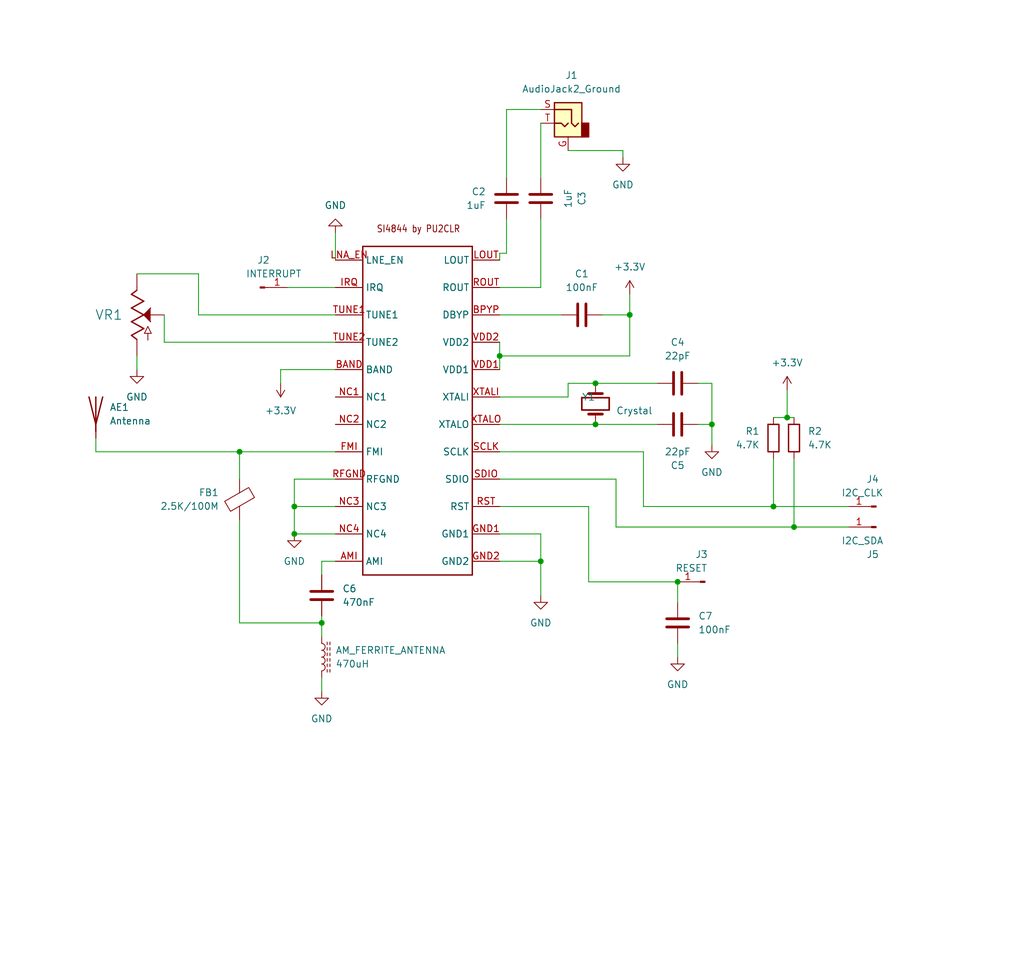
<source format=kicad_sch>
(kicad_sch (version 20230121) (generator eeschema)
  (paper "User" 189.992 180.01)
  (title_block (title "SI4844 BASIC SETUP") (company "Ricardo Lima Caratti"))
  (lib_symbols
    (symbol "Connector:Conn_01x01_Pin" (pin_names (offset 1.016) hide)
      (property "Reference" "J" (at 0 2.54 0))
      (property "Value" "Conn_01x01_Pin" (at 0 -2.54 0))
      (symbol "Conn_01x01_Pin_1_1"
        (polyline (pts (xy 1.27 0) (xy 0.8636 0)) (stroke (width 0.1524)))
        (rectangle (start 0.8636 0.127) (end 0 -0.127) (stroke (width 0.1524)) (fill (type outline)))
        (pin passive line (at 5.08 0 180) (length 3.81) (name "Pin_1") (number "1"))
      )
    )
    (symbol "Connector_Audio:AudioJack2_Ground"
      (property "Reference" "J" (at 0 8.89 0))
      (property "Value" "AudioJack2_Ground" (at 0 6.35 0))
      (symbol "AudioJack2_Ground_0_1"
        (rectangle (start -2.54 -2.54) (end -3.81 0) (stroke (width 0.254)) (fill (type outline)))
        (polyline (pts (xy 0 0) (xy 0.635 -0.635) (xy 1.27 0) (xy 2.54 0)) (stroke (width 0.254)))
        (polyline (pts (xy 2.54 2.54) (xy -0.635 2.54) (xy -0.635 0) (xy -1.27 -0.635) (xy -1.905 0)) (stroke (width 0.254)))
        (rectangle (start 2.54 3.81) (end -2.54 -2.54) (stroke (width 0.254)) (fill (type background)))
      )
      (symbol "AudioJack2_Ground_1_1"
        (pin passive line (at 0 -5.08 90) (length 2.54) (name "~") (number "G"))
        (pin passive line (at 5.08 2.54 180) (length 2.54) (name "~") (number "S"))
        (pin passive line (at 5.08 0 180) (length 2.54) (name "~") (number "T"))
      )
    )
    (symbol "Device:Antenna" (pin_numbers hide) (pin_names (offset 1.016) hide)
      (property "Reference" "AE" (at -1.905 1.905 0))
      (property "Value" "Antenna" (at -1.905 0 0))
      (symbol "Antenna_0_1"
        (polyline (pts (xy 0 2.54) (xy 0 -3.81)) (stroke (width 0.254)))
        (polyline (pts (xy 1.27 2.54) (xy 0 -2.54) (xy -1.27 2.54)) (stroke (width 0.254)))
      )
      (symbol "Antenna_1_1"
        (pin input line (at 0 -5.08 90) (length 2.54) (name "A") (number "1"))
      )
    )
    (symbol "Device:C" (pin_numbers hide) (pin_names (offset 0.254))
      (property "Reference" "C" (at 0.635 2.54 0))
      (property "Value" "C" (at 0.635 -2.54 0))
      (symbol "C_0_1"
        (polyline (pts (xy -2.032 -0.762) (xy 2.032 -0.762)) (stroke (width 0.508)))
        (polyline (pts (xy -2.032 0.762) (xy 2.032 0.762)) (stroke (width 0.508)))
      )
      (symbol "C_1_1"
        (pin passive line (at 0 3.81 270) (length 2.794) (name "~") (number "1"))
        (pin passive line (at 0 -3.81 90) (length 2.794) (name "~") (number "2"))
      )
    )
    (symbol "Device:Crystal" (pin_numbers hide) (pin_names (offset 1.016) hide)
      (property "Reference" "Y" (at 0 3.81 0))
      (property "Value" "Crystal" (at 0 -3.81 0))
      (symbol "Crystal_0_1"
        (rectangle (start -1.143 2.54) (end 1.143 -2.54) (stroke (width 0.3048)))
        (polyline (pts (xy -2.54 0) (xy -1.905 0)))
        (polyline (pts (xy -1.905 -1.27) (xy -1.905 1.27)) (stroke (width 0.508)))
        (polyline (pts (xy 1.905 -1.27) (xy 1.905 1.27)) (stroke (width 0.508)))
        (polyline (pts (xy 2.54 0) (xy 1.905 0)))
      )
      (symbol "Crystal_1_1"
        (pin passive line (at -3.81 0 0) (length 1.27) (name "1") (number "1"))
        (pin passive line (at 3.81 0 180) (length 1.27) (name "2") (number "2"))
      )
    )
    (symbol "Device:FerriteBead" (pin_numbers hide) (pin_names (offset 0))
      (property "Reference" "FB" (at -3.81 0.635 90))
      (property "Value" "FerriteBead" (at 3.81 0 90))
      (symbol "FerriteBead_0_1"
        (polyline (pts (xy 0 -1.27) (xy 0 -1.2192)))
        (polyline (pts (xy 0 1.27) (xy 0 1.2954)))
        (polyline (pts (xy -2.7686 0.4064) (xy -1.7018 2.2606) (xy 2.7686 -0.3048) (xy 1.6764 -2.159) (xy -2.7686 0.4064)))
      )
      (symbol "FerriteBead_1_1"
        (pin passive line (at 0 3.81 270) (length 2.54) (name "~") (number "1"))
        (pin passive line (at 0 -3.81 90) (length 2.54) (name "~") (number "2"))
      )
    )
    (symbol "Device:L_Ferrite" (pin_numbers hide) (pin_names (offset 1.016) hide)
      (property "Reference" "L" (at -1.27 0 90))
      (property "Value" "L_Ferrite" (at 2.794 0 90))
      (symbol "L_Ferrite_0_1"
        (arc (start 0 -2.54) (mid 0.6323 -1.905) (end 0 -1.27))
        (arc (start 0 -1.27) (mid 0.6323 -0.635) (end 0 0))
        (polyline (pts (xy 1.016 -2.794) (xy 1.016 -2.286)))
        (polyline (pts (xy 1.016 -1.778) (xy 1.016 -1.27)))
        (polyline (pts (xy 1.016 -0.762) (xy 1.016 -0.254)))
        (polyline (pts (xy 1.016 0.254) (xy 1.016 0.762)))
        (polyline (pts (xy 1.016 1.27) (xy 1.016 1.778)))
        (polyline (pts (xy 1.016 2.286) (xy 1.016 2.794)))
        (polyline (pts (xy 1.524 -2.286) (xy 1.524 -2.794)))
        (polyline (pts (xy 1.524 -1.27) (xy 1.524 -1.778)))
        (polyline (pts (xy 1.524 -0.254) (xy 1.524 -0.762)))
        (polyline (pts (xy 1.524 0.762) (xy 1.524 0.254)))
        (polyline (pts (xy 1.524 1.778) (xy 1.524 1.27)))
        (polyline (pts (xy 1.524 2.794) (xy 1.524 2.286)))
        (arc (start 0 0) (mid 0.6323 0.635) (end 0 1.27))
        (arc (start 0 1.27) (mid 0.6323 1.905) (end 0 2.54))
      )
      (symbol "L_Ferrite_1_1"
        (pin passive line (at 0 3.81 270) (length 1.27) (name "1") (number "1"))
        (pin passive line (at 0 -3.81 90) (length 1.27) (name "2") (number "2"))
      )
    )
    (symbol "Device:R" (pin_numbers hide) (pin_names (offset 0))
      (property "Reference" "R" (at 2.032 0 90))
      (property "Value" "R" (at 0 0 90))
      (symbol "R_0_1"
        (rectangle (start -1.016 -2.54) (end 1.016 2.54) (stroke (width 0.254)))
      )
      (symbol "R_1_1"
        (pin passive line (at 0 3.81 270) (length 1.27) (name "~") (number "1"))
        (pin passive line (at 0 -3.81 90) (length 1.27) (name "~") (number "2"))
      )
    )
    (symbol "SI4844:POTENTIOMETER-PTH-9MM-1/20W-20%"
      (property "Reference" "VR" (at 3.048 -0.254 90))
      (symbol "POTENTIOMETER-PTH-9MM-1/20W-20%_1_0"
        (polyline (pts (xy -1.016 -3.81) (xy 1.27 -2.54)) (stroke (width 0.254)))
        (polyline (pts (xy -1.016 -1.27) (xy 1.27 0)) (stroke (width 0.254)))
        (polyline (pts (xy -1.016 1.27) (xy 1.27 2.54)) (stroke (width 0.254)))
        (polyline (pts (xy -1.016 3.81) (xy 0 4.572)) (stroke (width 0.254)))
        (polyline (pts (xy 0 -5.08) (xy 0 -4.572)) (stroke (width 0.1524)))
        (polyline (pts (xy 0 -4.572) (xy -1.016 -3.81)) (stroke (width 0.254)))
        (polyline (pts (xy 0 4.572) (xy 0 5.08)) (stroke (width 0.1524)))
        (polyline (pts (xy 1.27 -2.54) (xy -1.016 -1.27)) (stroke (width 0.254)))
        (polyline (pts (xy 1.27 0) (xy -1.016 1.27)) (stroke (width 0.254)))
        (polyline (pts (xy 1.27 2.54) (xy -1.016 3.81)) (stroke (width 0.254)))
        (polyline (pts (xy 1.397 -3.429) (xy 2.032 -2.159)) (stroke (width 0.1524)))
        (polyline (pts (xy 2.032 -4.699) (xy 2.032 -3.429)) (stroke (width 0.1524)))
        (polyline (pts (xy 2.032 -3.429) (xy 1.397 -3.429)) (stroke (width 0.1524)))
        (polyline (pts (xy 2.032 -2.159) (xy 2.667 -3.429)) (stroke (width 0.1524)))
        (polyline (pts (xy 2.667 -3.429) (xy 2.032 -3.429)) (stroke (width 0.1524)))
        (polyline (pts (xy 2.54 -1.27) (xy 1.27 0) (xy 2.54 1.27)) (stroke (width 0.2032)) (fill (type outline)))
        (pin passive line (at 0 7.62 270) (length 2.54) (name "E") (number "P$1"))
        (pin passive line (at 5.08 0 180) (length 2.54) (name "S") (number "P$2"))
        (pin passive line (at 0 -7.62 90) (length 2.54) (name "A") (number "P$3"))
      )
    )
    (symbol "SI4844:SI4844"
      (symbol "SI4844_1_0"
        (polyline (pts (xy -17.78 -30.48) (xy 2.54 -30.48)) (stroke (width 0.254)))
        (polyline (pts (xy -17.78 30.48) (xy -17.78 -30.48)) (stroke (width 0.254)))
        (polyline (pts (xy 2.54 -30.48) (xy 2.54 30.48)) (stroke (width 0.254)))
        (polyline (pts (xy 2.54 30.48) (xy -17.78 30.48)) (stroke (width 0.254)))
        (text "SI4844 by PU2CLR" (at -15.24 33.02 0) (effects (font (size 1.27 1.0795)) (justify left bottom)))
        (pin bidirectional line (at -22.86 -27.94 0) (length 5.08) (name "AMI") (number "AMI"))
        (pin bidirectional line (at -22.86 7.62 0) (length 5.08) (name "BAND") (number "BAND"))
        (pin bidirectional line (at 7.62 17.78 180) (length 5.08) (name "DBYP") (number "BPYP"))
        (pin bidirectional line (at -22.86 -7.62 0) (length 5.08) (name "FMI") (number "FMI"))
        (pin bidirectional line (at 7.62 -22.86 180) (length 5.08) (name "GND1") (number "GND1"))
        (pin bidirectional line (at 7.62 -27.94 180) (length 5.08) (name "GND2") (number "GND2"))
        (pin bidirectional line (at -22.86 22.86 0) (length 5.08) (name "IRQ") (number "IRQ"))
        (pin bidirectional line (at -22.86 27.94 0) (length 5.08) (name "LNE_EN") (number "LNA_EN"))
        (pin bidirectional line (at 7.62 27.94 180) (length 5.08) (name "LOUT") (number "LOUT"))
        (pin bidirectional line (at -22.86 2.54 0) (length 5.08) (name "NC1") (number "NC1"))
        (pin bidirectional line (at -22.86 -2.54 0) (length 5.08) (name "NC2") (number "NC2"))
        (pin bidirectional line (at -22.86 -17.78 0) (length 5.08) (name "NC3") (number "NC3"))
        (pin bidirectional line (at -22.86 -22.86 0) (length 5.08) (name "NC4") (number "NC4"))
        (pin bidirectional line (at -22.86 -12.7 0) (length 5.08) (name "RFGND") (number "RFGND"))
        (pin bidirectional line (at 7.62 22.86 180) (length 5.08) (name "ROUT") (number "ROUT"))
        (pin bidirectional line (at 7.62 -17.78 180) (length 5.08) (name "RST") (number "RST"))
        (pin bidirectional line (at 7.62 -7.62 180) (length 5.08) (name "SCLK") (number "SCLK"))
        (pin bidirectional line (at 7.62 -12.7 180) (length 5.08) (name "SDIO") (number "SDIO"))
        (pin bidirectional line (at -22.86 17.78 0) (length 5.08) (name "TUNE1") (number "TUNE1"))
        (pin bidirectional line (at -22.86 12.7 0) (length 5.08) (name "TUNE2") (number "TUNE2"))
        (pin bidirectional line (at 7.62 7.62 180) (length 5.08) (name "VDD1") (number "VDD1"))
        (pin bidirectional line (at 7.62 12.7 180) (length 5.08) (name "VDD2") (number "VDD2"))
        (pin bidirectional line (at 7.62 2.54 180) (length 5.08) (name "XTALI") (number "XTALI"))
        (pin bidirectional line (at 7.62 -2.54 180) (length 5.08) (name "XTALO") (number "XTALO"))
      )
    )
    (symbol "power:+3.3V" (power) (pin_names (offset 0))
      (property "Value" "+3.3V" (at 0 3.556 0))
      (symbol "+3.3V_0_1"
        (polyline (pts (xy -0.762 1.27) (xy 0 2.54)))
        (polyline (pts (xy 0 0) (xy 0 2.54)))
        (polyline (pts (xy 0 2.54) (xy 0.762 1.27)))
      )
      (symbol "+3.3V_1_1"
        (pin power_in line (at 0 0 90) (length 0) hide (name "+3.3V") (number "1"))
      )
    )
    (symbol "power:GND" (power) (pin_names (offset 0))
      (property "Value" "GND" (at 0 -3.81 0))
      (symbol "GND_0_1"
        (polyline (pts (xy 0 0) (xy 0 -1.27) (xy 1.27 -1.27) (xy 0 -2.54) (xy -1.27 -1.27) (xy 0 -1.27)))
      )
      (symbol "GND_1_1"
        (pin power_in line (at 0 0 270) (length 0) hide (name "GND") (number "1"))
      )
    )
  )
  (junction (at 132.08 78.74))
  (junction (at 44.45 83.82))
  (junction (at 100.33 104.14))
  (junction (at 54.61 93.98))
  (junction (at 125.73 107.95))
  (junction (at 147.32 97.79))
  (junction (at 92.71 66.04))
  (junction (at 110.49 78.74))
  (junction (at 59.69 115.57))
  (junction (at 54.61 99.06))
  (junction (at 110.49 71.12))
  (junction (at 146.05 77.47))
  (junction (at 143.51 93.98))
  (junction (at 116.84 58.42))
  (wire (pts (xy 125.73 119.38) (xy 125.73 121.92)))
  (wire (pts (xy 92.71 66.04) (xy 116.84 66.04)))
  (wire (pts (xy 92.71 99.06) (xy 100.33 99.06)))
  (wire (pts (xy 119.38 93.98) (xy 143.51 93.98)))
  (wire (pts (xy 92.71 53.34) (xy 100.33 53.34)))
  (wire (pts (xy 114.3 88.9) (xy 114.3 97.79)))
  (wire (pts (xy 132.08 71.12) (xy 132.08 78.74)))
  (wire (pts (xy 54.61 99.06) (xy 62.23 99.06)))
  (wire (pts (xy 92.71 58.42) (xy 104.14 58.42)))
  (wire (pts (xy 92.71 78.74) (xy 110.49 78.74)))
  (wire (pts (xy 105.41 27.94) (xy 115.57 27.94)))
  (wire (pts (xy 36.83 58.42) (xy 62.23 58.42)))
  (wire (pts (xy 62.23 43.18) (xy 62.23 48.26)))
  (wire (pts (xy 129.54 78.74) (xy 132.08 78.74)))
  (wire (pts (xy 92.71 63.5) (xy 92.71 66.04)))
  (wire (pts (xy 116.84 54.61) (xy 116.84 58.42)))
  (wire (pts (xy 25.4 50.8) (xy 36.83 50.8)))
  (wire (pts (xy 62.23 68.58) (xy 52.07 68.58)))
  (wire (pts (xy 54.61 93.98) (xy 54.61 99.06)))
  (wire (pts (xy 147.32 85.09) (xy 147.32 97.79)))
  (wire (pts (xy 52.07 68.58) (xy 52.07 71.12)))
  (wire (pts (xy 100.33 104.14) (xy 100.33 110.49)))
  (wire (pts (xy 105.41 71.12) (xy 110.49 71.12)))
  (wire (pts (xy 114.3 97.79) (xy 147.32 97.79)))
  (wire (pts (xy 93.98 20.32) (xy 100.33 20.32)))
  (wire (pts (xy 62.23 53.34) (xy 53.34 53.34)))
  (wire (pts (xy 92.71 93.98) (xy 109.22 93.98)))
  (wire (pts (xy 100.33 22.86) (xy 100.33 33.02)))
  (wire (pts (xy 92.71 104.14) (xy 100.33 104.14)))
  (wire (pts (xy 44.45 83.82) (xy 62.23 83.82)))
  (wire (pts (xy 30.48 58.42) (xy 30.48 63.5)))
  (wire (pts (xy 146.05 72.39) (xy 146.05 77.47)))
  (wire (pts (xy 100.33 40.64) (xy 100.33 53.34)))
  (wire (pts (xy 92.71 48.26) (xy 92.71 46.99)))
  (wire (pts (xy 44.45 96.52) (xy 44.45 115.57)))
  (wire (pts (xy 115.57 27.94) (xy 115.57 29.21)))
  (wire (pts (xy 116.84 58.42) (xy 116.84 66.04)))
  (wire (pts (xy 129.54 71.12) (xy 132.08 71.12)))
  (wire (pts (xy 54.61 88.9) (xy 54.61 93.98)))
  (wire (pts (xy 92.71 66.04) (xy 92.71 68.58)))
  (wire (pts (xy 105.41 73.66) (xy 105.41 71.12)))
  (wire (pts (xy 44.45 115.57) (xy 59.69 115.57)))
  (wire (pts (xy 109.22 107.95) (xy 125.73 107.95)))
  (wire (pts (xy 93.98 46.99) (xy 93.98 40.64)))
  (wire (pts (xy 17.78 83.82) (xy 44.45 83.82)))
  (wire (pts (xy 157.48 97.79) (xy 147.32 97.79)))
  (wire (pts (xy 92.71 73.66) (xy 105.41 73.66)))
  (wire (pts (xy 92.71 46.99) (xy 93.98 46.99)))
  (wire (pts (xy 30.48 63.5) (xy 62.23 63.5)))
  (wire (pts (xy 132.08 78.74) (xy 132.08 82.55)))
  (wire (pts (xy 59.69 114.3) (xy 59.69 115.57)))
  (wire (pts (xy 92.71 83.82) (xy 119.38 83.82)))
  (wire (pts (xy 125.73 107.95) (xy 125.73 111.76)))
  (wire (pts (xy 36.83 50.8) (xy 36.83 58.42)))
  (wire (pts (xy 17.78 81.28) (xy 17.78 83.82)))
  (wire (pts (xy 59.69 104.14) (xy 59.69 106.68)))
  (wire (pts (xy 92.71 88.9) (xy 114.3 88.9)))
  (wire (pts (xy 146.05 77.47) (xy 147.32 77.47)))
  (wire (pts (xy 143.51 85.09) (xy 143.51 93.98)))
  (wire (pts (xy 62.23 104.14) (xy 59.69 104.14)))
  (wire (pts (xy 25.4 66.04) (xy 25.4 68.58)))
  (wire (pts (xy 143.51 93.98) (xy 157.48 93.98)))
  (wire (pts (xy 119.38 83.82) (xy 119.38 93.98)))
  (wire (pts (xy 110.49 78.74) (xy 121.92 78.74)))
  (wire (pts (xy 44.45 88.9) (xy 44.45 83.82)))
  (wire (pts (xy 93.98 33.02) (xy 93.98 20.32)))
  (wire (pts (xy 59.69 125.73) (xy 59.69 128.27)))
  (wire (pts (xy 110.49 71.12) (xy 121.92 71.12)))
  (wire (pts (xy 111.76 58.42) (xy 116.84 58.42)))
  (wire (pts (xy 143.51 77.47) (xy 146.05 77.47)))
  (wire (pts (xy 59.69 115.57) (xy 59.69 118.11)))
  (wire (pts (xy 109.22 93.98) (xy 109.22 107.95)))
  (wire (pts (xy 100.33 99.06) (xy 100.33 104.14)))
  (wire (pts (xy 62.23 88.9) (xy 54.61 88.9)))
  (wire (pts (xy 62.23 93.98) (xy 54.61 93.98)))
  (symbol (lib_id "Device:C") (at 100.33 36.83 0) (mirror y) (unit 1)
    (property "Reference" "C3" (at 107.95 36.83 90))
    (property "Value" "1uF" (at 105.41 36.83 90))
  )
  (symbol (lib_id "Connector:Conn_01x01_Pin") (at 130.81 107.95 0) (mirror y) (unit 1)
    (property "Reference" "J3" (at 130.175 102.87 0))
    (property "Value" "RESET" (at 128.27 105.41 0))
  )
  (symbol (lib_id "SI4844:POTENTIOMETER-PTH-9MM-1/20W-20%") (at 25.4 58.42 0) (unit 1)
    (property "Reference" "VR1" (at 22.86 58.42 0) (effects (font (size 1.778 1.778)) (justify right)))
    (property "Footprint" "SI4844_01:POT-PTH-ALPS" (effects hide))
  )
  (symbol (lib_id "power:GND") (at 125.73 121.92 0) (unit 1)
    (property "Reference" "#PWR011" (effects hide))
    (property "Value" "GND" (at 125.73 127 0))
  )
  (symbol (lib_id "Connector:Conn_01x01_Pin") (at 48.26 53.34 0) (unit 1)
    (property "Reference" "J2" (at 48.895 48.26 0))
    (property "Value" "INTERRUPT" (at 50.8 50.8 0))
  )
  (symbol (lib_id "power:GND") (at 115.57 29.21 0) (unit 1)
    (property "Reference" "#PWR05" (effects hide))
    (property "Value" "GND" (at 115.57 34.29 0))
  )
  (symbol (lib_id "Connector_Audio:AudioJack2_Ground") (at 105.41 22.86 0) (mirror y) (unit 1)
    (property "Reference" "J1" (at 106.045 13.97 0))
    (property "Value" "AudioJack2_Ground" (at 106.045 16.51 0))
  )
  (symbol (lib_id "Device:C") (at 125.73 71.12 270) (unit 1)
    (property "Reference" "C4" (at 125.73 63.5 90))
    (property "Value" "22pF" (at 125.73 66.04 90))
  )
  (symbol (lib_id "Device:FerriteBead") (at 44.45 92.71 0) (mirror y) (unit 1)
    (property "Reference" "FB1" (at 40.64 91.3892 0) (effects (justify left)))
    (property "Value" "2.5K/100M" (at 40.64 93.9292 0) (effects (justify left)))
  )
  (symbol (lib_id "power:GND") (at 25.4 68.58 0) (unit 1)
    (property "Reference" "#PWR010" (effects hide))
    (property "Value" "GND" (at 25.4 73.66 0))
  )
  (symbol (lib_id "Device:L_Ferrite") (at 59.69 121.92 0) (unit 1)
    (property "Reference" "AM_FERRITE_ANTENNA" (at 62.23 120.65 0) (effects (justify left)))
    (property "Value" "470uH" (at 62.23 123.19 0) (effects (justify left)))
  )
  (symbol (lib_id "Device:C") (at 93.98 36.83 0) (mirror y) (unit 1)
    (property "Reference" "C2" (at 90.17 35.56 0) (effects (justify left)))
    (property "Value" "1uF" (at 90.17 38.1 0) (effects (justify left)))
  )
  (symbol (lib_id "SI4844:SI4844") (at 85.09 76.2 0) (unit 1)
    (property "Reference" "SI1" (effects hide))
    (property "Footprint" "SI4844_01:SSOP24" (effects hide))
  )
  (symbol (lib_id "Device:R") (at 147.32 81.28 0) (unit 1)
    (property "Reference" "R2" (at 149.86 80.01 0) (effects (justify left)))
    (property "Value" "4.7K" (at 149.86 82.55 0) (effects (justify left)))
  )
  (symbol (lib_id "power:GND") (at 62.23 43.18 180) (unit 1)
    (property "Reference" "#PWR08" (effects hide))
    (property "Value" "GND" (at 62.23 38.1 0))
  )
  (symbol (lib_id "power:+3.3V") (at 116.84 54.61 0) (unit 1)
    (property "Reference" "#PWR01" (effects hide))
    (property "Value" "+3.3V" (at 116.84 49.53 0))
  )
  (symbol (lib_id "power:GND") (at 132.08 82.55 0) (unit 1)
    (property "Reference" "#PWR02" (effects hide))
    (property "Value" "GND" (at 132.08 87.63 0))
  )
  (symbol (lib_id "power:+3.3V") (at 146.05 72.39 0) (unit 1)
    (property "Reference" "#PWR04" (effects hide))
    (property "Value" "+3.3V" (at 146.05 67.31 0))
  )
  (symbol (lib_id "Connector:Conn_01x01_Pin") (at 162.56 93.98 0) (mirror y) (unit 1)
    (property "Reference" "J4" (at 161.925 88.9 0))
    (property "Value" "I2C_CLK" (at 160.02 91.44 0))
  )
  (symbol (lib_id "Device:R") (at 143.51 81.28 0) (mirror y) (unit 1)
    (property "Reference" "R1" (at 140.97 80.01 0) (effects (justify left)))
    (property "Value" "4.7K" (at 140.97 82.55 0) (effects (justify left)))
  )
  (symbol (lib_id "power:GND") (at 100.33 110.49 0) (unit 1)
    (property "Reference" "#PWR03" (effects hide))
    (property "Value" "GND" (at 100.33 115.57 0))
  )
  (symbol (lib_id "Connector:Conn_01x01_Pin") (at 162.56 97.79 180) (unit 1)
    (property "Reference" "J5" (at 161.925 102.87 0))
    (property "Value" "I2C_SDA" (at 160.02 100.33 0))
  )
  (symbol (lib_id "Device:C") (at 107.95 58.42 270) (unit 1)
    (property "Reference" "C1" (at 107.95 50.8 90))
    (property "Value" "100nF" (at 107.95 53.34 90))
  )
  (symbol (lib_id "power:GND") (at 54.61 99.06 0) (unit 1)
    (property "Reference" "#PWR07" (effects hide))
    (property "Value" "GND" (at 54.61 104.14 0))
  )
  (symbol (lib_id "Device:C") (at 125.73 115.57 0) (unit 1)
    (property "Reference" "C7" (at 129.54 114.3 0) (effects (justify left)))
    (property "Value" "100nF" (at 129.54 116.84 0) (effects (justify left)))
  )
  (symbol (lib_id "Device:Antenna") (at 17.78 76.2 0) (unit 1)
    (property "Reference" "AE1" (at 20.32 75.565 0) (effects (justify left)))
    (property "Value" "Antenna" (at 20.32 78.105 0) (effects (justify left)))
  )
  (symbol (lib_id "power:GND") (at 59.69 128.27 0) (unit 1)
    (property "Reference" "#PWR06" (effects hide))
    (property "Value" "GND" (at 59.69 133.35 0))
  )
  (symbol (lib_id "Device:C") (at 59.69 110.49 0) (unit 1)
    (property "Reference" "C6" (at 63.5 109.22 0) (effects (justify left)))
    (property "Value" "470nF" (at 63.5 111.76 0) (effects (justify left)))
  )
  (symbol (lib_id "power:+3.3V") (at 52.07 71.12 180) (unit 1)
    (property "Reference" "#PWR09" (effects hide))
    (property "Value" "+3.3V" (at 52.07 76.2 0))
  )
  (symbol (lib_id "Device:Crystal") (at 110.49 74.93 270) (unit 1)
    (property "Reference" "Y1" (at 107.95 73.66 90) (effects (justify left)))
    (property "Value" "Crystal" (at 114.3 76.2 90) (effects (justify left)))
  )
  (symbol (lib_id "Device:C") (at 125.73 78.74 270) (mirror x) (unit 1)
    (property "Reference" "C5" (at 125.73 86.36 90))
    (property "Value" "22pF" (at 125.73 83.82 90))
  )
)
</source>
